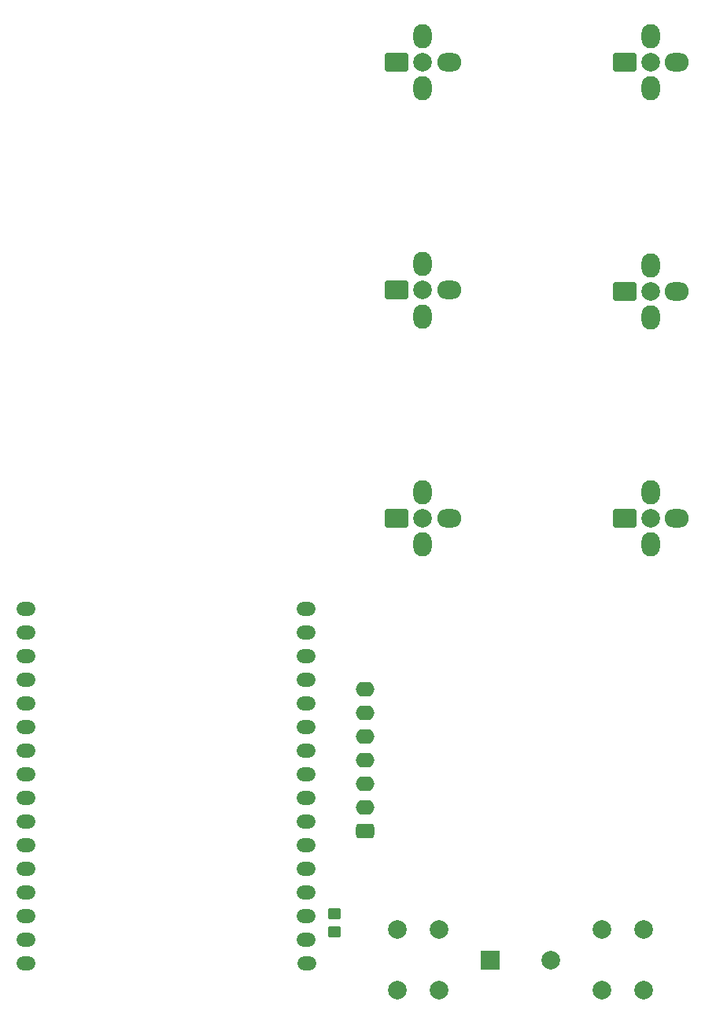
<source format=gbr>
%TF.GenerationSoftware,KiCad,Pcbnew,9.0.2*%
%TF.CreationDate,2025-10-29T16:28:32+01:00*%
%TF.ProjectId,neverx_main,6e657665-7278-45f6-9d61-696e2e6b6963,rev?*%
%TF.SameCoordinates,Original*%
%TF.FileFunction,Soldermask,Top*%
%TF.FilePolarity,Negative*%
%FSLAX46Y46*%
G04 Gerber Fmt 4.6, Leading zero omitted, Abs format (unit mm)*
G04 Created by KiCad (PCBNEW 9.0.2) date 2025-10-29 16:28:32*
%MOMM*%
%LPD*%
G01*
G04 APERTURE LIST*
G04 Aperture macros list*
%AMRoundRect*
0 Rectangle with rounded corners*
0 $1 Rounding radius*
0 $2 $3 $4 $5 $6 $7 $8 $9 X,Y pos of 4 corners*
0 Add a 4 corners polygon primitive as box body*
4,1,4,$2,$3,$4,$5,$6,$7,$8,$9,$2,$3,0*
0 Add four circle primitives for the rounded corners*
1,1,$1+$1,$2,$3*
1,1,$1+$1,$4,$5*
1,1,$1+$1,$6,$7*
1,1,$1+$1,$8,$9*
0 Add four rect primitives between the rounded corners*
20,1,$1+$1,$2,$3,$4,$5,0*
20,1,$1+$1,$4,$5,$6,$7,0*
20,1,$1+$1,$6,$7,$8,$9,0*
20,1,$1+$1,$8,$9,$2,$3,0*%
G04 Aperture macros list end*
%ADD10R,2.000000X2.000000*%
%ADD11C,2.000000*%
%ADD12RoundRect,0.250000X0.450000X-0.350000X0.450000X0.350000X-0.450000X0.350000X-0.450000X-0.350000X0*%
%ADD13RoundRect,0.300000X-1.000000X-0.700000X1.000000X-0.700000X1.000000X0.700000X-1.000000X0.700000X0*%
%ADD14RoundRect,1.000000X0.000010X-0.300000X0.000010X0.300000X-0.000010X0.300000X-0.000010X-0.300000X0*%
%ADD15RoundRect,1.000000X-0.300000X-0.000010X0.300000X-0.000010X0.300000X0.000010X-0.300000X0.000010X0*%
%ADD16RoundRect,1.000000X-0.000010X0.300000X-0.000010X-0.300000X0.000010X-0.300000X0.000010X0.300000X0*%
%ADD17RoundRect,0.400000X0.600000X-0.400000X0.600000X0.400000X-0.600000X0.400000X-0.600000X-0.400000X0*%
%ADD18O,2.000000X1.600000*%
%ADD19RoundRect,0.800000X0.200000X-0.000010X0.200000X0.000010X-0.200000X0.000010X-0.200000X-0.000010X0*%
G04 APERTURE END LIST*
D10*
%TO.C,BZ2*%
X141700000Y-142000000D03*
D11*
X148300000Y-142000000D03*
%TD*%
D12*
%TO.C,R1*%
X125000000Y-139000000D03*
X125000000Y-137000000D03*
%TD*%
D13*
%TO.C,J1*%
X131700000Y-45500000D03*
D14*
X134500000Y-42700000D03*
D15*
X137300000Y-45500000D03*
D16*
X134500000Y-48300000D03*
D11*
X134500000Y-45500000D03*
%TD*%
%TO.C,SW1*%
X131750000Y-145250000D03*
X131750000Y-138750000D03*
X136250000Y-145250000D03*
X136250000Y-138750000D03*
%TD*%
D13*
%TO.C,J4*%
X156200000Y-70100000D03*
D14*
X159000000Y-67300000D03*
D15*
X161800000Y-70100000D03*
D16*
X159000000Y-72900000D03*
D11*
X159000000Y-70100000D03*
%TD*%
D13*
%TO.C,J3*%
X131700000Y-70000000D03*
D14*
X134500000Y-67200000D03*
D15*
X137300000Y-70000000D03*
D16*
X134500000Y-72800000D03*
D11*
X134500000Y-70000000D03*
%TD*%
D13*
%TO.C,J5*%
X131700000Y-94500000D03*
D14*
X134500000Y-91700000D03*
D15*
X137300000Y-94500000D03*
D16*
X134500000Y-97300000D03*
D11*
X134500000Y-94500000D03*
%TD*%
D13*
%TO.C,J2*%
X156200000Y-45500000D03*
D14*
X159000000Y-42700000D03*
D15*
X161800000Y-45500000D03*
D16*
X159000000Y-48300000D03*
D11*
X159000000Y-45500000D03*
%TD*%
D17*
%TO.C,U3*%
X128250000Y-128120000D03*
D18*
X128250000Y-125580000D03*
X128250000Y-123040000D03*
X128250000Y-120500000D03*
X128250000Y-117960000D03*
X128250000Y-115420000D03*
X128250000Y-112880000D03*
%TD*%
D19*
%TO.C,U1*%
X122000000Y-142350000D03*
X121942099Y-139810000D03*
X121942099Y-137270000D03*
X121942099Y-134730000D03*
X121942099Y-132190000D03*
X121942099Y-129650000D03*
X121942099Y-127110000D03*
X121942099Y-124570000D03*
X121942099Y-122030000D03*
X121942099Y-119490000D03*
X121942099Y-116950000D03*
X121942099Y-114410000D03*
X121942099Y-111870000D03*
X121942099Y-109330000D03*
X121942099Y-106790000D03*
X121942099Y-104250000D03*
X91800000Y-104250000D03*
X91800000Y-106790000D03*
X91800000Y-109330000D03*
X91800000Y-111870000D03*
X91800000Y-114410000D03*
X91800000Y-116950000D03*
X91800000Y-119490000D03*
X91800000Y-122030000D03*
X91800000Y-124570000D03*
X91800000Y-127110000D03*
X91800000Y-129650000D03*
X91800000Y-132190000D03*
X91800000Y-134730000D03*
X91800000Y-137270000D03*
X91800000Y-139810000D03*
X91800000Y-142350000D03*
%TD*%
D11*
%TO.C,SW2*%
X153750000Y-145250000D03*
X153750000Y-138750000D03*
X158250000Y-145250000D03*
X158250000Y-138750000D03*
%TD*%
D13*
%TO.C,J6*%
X156200000Y-94500000D03*
D14*
X159000000Y-91700000D03*
D15*
X161800000Y-94500000D03*
D16*
X159000000Y-97300000D03*
D11*
X159000000Y-94500000D03*
%TD*%
M02*

</source>
